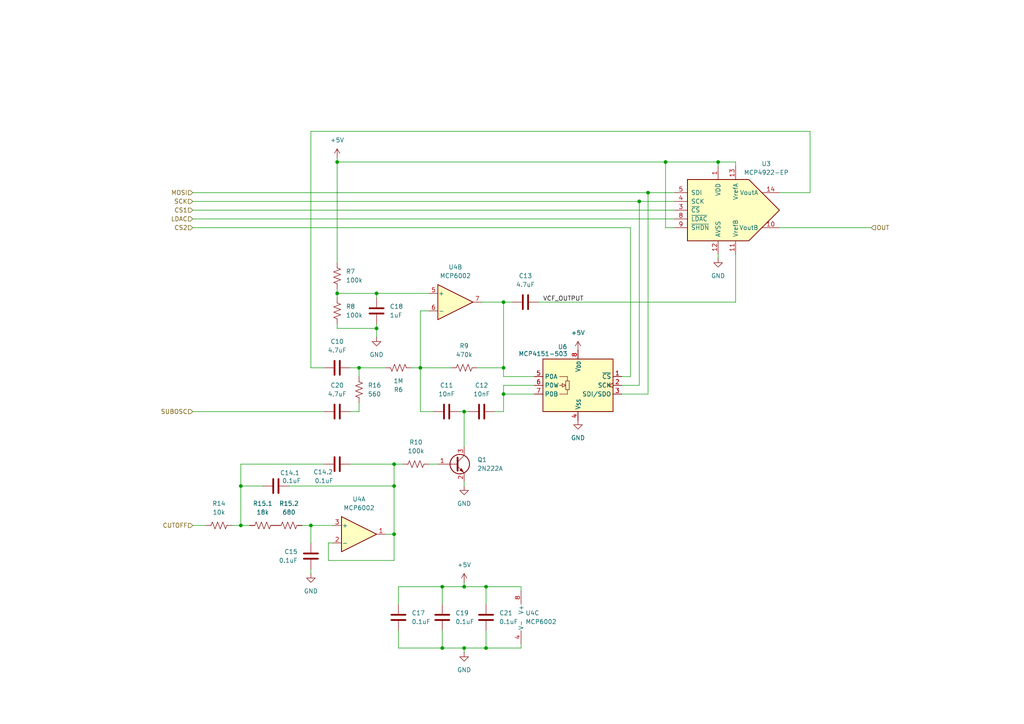
<source format=kicad_sch>
(kicad_sch (version 20250114) (generator "eeschema") (generator_version "9.0")
  (paper "A4")
  (lib_symbols
    (symbol "Amplifier_Operational:MCP6002-xP" (pin_names (offset 0.127))
      (property "Reference" "U" (at 0 5.08 0))
      (property "Value" "MCP6002-xP" (at 0 -5.08 0))
      (symbol "MCP6002-xP_1_1"
        (polyline (pts (xy -5.08 5.08) (xy 5.08 0) (xy -5.08 -5.08) (xy -5.08 5.08)) (stroke (width 0.254)) (fill (type background)))
        (pin input line (at -7.62 2.54 0) (length 2.54) (name "+") (number "3"))
        (pin input line (at -7.62 -2.54 0) (length 2.54) (name "-") (number "2"))
        (pin output line (at 7.62 0 180) (length 2.54) (name "~") (number "1"))
      )
      (symbol "MCP6002-xP_2_1"
        (polyline (pts (xy -5.08 5.08) (xy 5.08 0) (xy -5.08 -5.08) (xy -5.08 5.08)) (stroke (width 0.254)) (fill (type background)))
        (pin input line (at -7.62 2.54 0) (length 2.54) (name "+") (number "5"))
        (pin input line (at -7.62 -2.54 0) (length 2.54) (name "-") (number "6"))
        (pin output line (at 7.62 0 180) (length 2.54) (name "~") (number "7"))
      )
      (symbol "MCP6002-xP_3_1"
        (pin power_in line (at -2.54 7.62 270) (length 3.81) (name "V+") (number "8"))
        (pin power_in line (at -2.54 -7.62 90) (length 3.81) (name "V-") (number "4"))
      )
    )
    (symbol "Analog_DAC:MCP4922-EP" (pin_names (offset 1.016))
      (property "Reference" "U" (at -10.16 10.16 0))
      (property "Value" "MCP4922-EP" (at 3.81 10.16 0))
      (symbol "MCP4922-EP_0_1"
        (polyline (pts (xy -11.43 8.89) (xy 6.35 8.89) (xy 15.24 0) (xy 6.35 -8.89) (xy -11.43 -8.89) (xy -11.43 8.89)) (stroke (width 0.254)) (fill (type background)))
      )
      (symbol "MCP4922-EP_1_1"
        (pin input line (at -15.24 5.08 0) (length 3.81) (name "SDI") (number "5"))
        (pin input line (at -15.24 2.54 0) (length 3.81) (name "SCK") (number "4"))
        (pin input line (at -15.24 0 0) (length 3.81) (name "~{CS}") (number "3"))
        (pin input line (at -15.24 -2.54 0) (length 3.81) (name "~{LDAC}") (number "8"))
        (pin input line (at -15.24 -5.08 0) (length 3.81) (name "~{SHDN}") (number "9"))
        (pin no_connect line (at -10.16 -8.89 90) (length 2.54) (hide yes) (name "NC") (number "7"))
        (pin no_connect line (at -7.62 -8.89 90) (length 2.54) (hide yes) (name "NC") (number "6"))
        (pin no_connect line (at -5.08 -8.89 90) (length 2.54) (hide yes) (name "NC") (number "2"))
        (pin power_in line (at -2.54 12.7 270) (length 3.81) (name "VDD") (number "1"))
        (pin power_in line (at -2.54 -12.7 90) (length 3.81) (name "AVSS") (number "12"))
        (pin passive line (at 2.54 12.7 270) (length 3.81) (name "VrefA") (number "13"))
        (pin passive line (at 2.54 -12.7 90) (length 3.81) (name "VrefB") (number "11"))
        (pin passive line (at 15.24 5.08 180) (length 5.08) (name "VoutA") (number "14"))
        (pin passive line (at 15.24 -5.08 180) (length 5.08) (name "VoutB") (number "10"))
      )
    )
    (symbol "Device:C" (pin_numbers (hide yes)) (pin_names (offset 0.254))
      (property "Reference" "C" (at 0.635 2.54 0))
      (property "Value" "C" (at 0.635 -2.54 0))
      (symbol "C_0_1"
        (polyline (pts (xy -2.032 0.762) (xy 2.032 0.762)) (stroke (width 0.508)))
        (polyline (pts (xy -2.032 -0.762) (xy 2.032 -0.762)) (stroke (width 0.508)))
      )
      (symbol "C_1_1"
        (pin passive line (at 0 3.81 270) (length 2.794) (name "~") (number "1"))
        (pin passive line (at 0 -3.81 90) (length 2.794) (name "~") (number "2"))
      )
    )
    (symbol "Device:R_US" (pin_numbers (hide yes)) (pin_names (offset 0))
      (property "Reference" "R" (at 2.54 0 90))
      (property "Value" "R_US" (at -2.54 0 90))
      (symbol "R_US_0_1"
        (polyline (pts (xy 0 2.286) (xy 0 2.54)))
        (polyline (pts (xy 0 2.286) (xy 1.016 1.905) (xy 0 1.524) (xy -1.016 1.143) (xy 0 0.762)))
        (polyline (pts (xy 0 0.762) (xy 1.016 0.381) (xy 0 0) (xy -1.016 -0.381) (xy 0 -0.762)))
        (polyline (pts (xy 0 -0.762) (xy 1.016 -1.143) (xy 0 -1.524) (xy -1.016 -1.905) (xy 0 -2.286)))
        (polyline (pts (xy 0 -2.286) (xy 0 -2.54)))
      )
      (symbol "R_US_1_1"
        (pin passive line (at 0 3.81 270) (length 1.27) (name "~") (number "1"))
        (pin passive line (at 0 -3.81 90) (length 1.27) (name "~") (number "2"))
      )
    )
    (symbol "Potentiometer_Digital:MCP4151-xxxx-P"
      (property "Reference" "U" (at 2.54 11.43 0))
      (property "Value" "MCP4151-xxxx-P" (at 2.54 8.89 0))
      (symbol "MCP4151-xxxx-P_0_0"
        (pin input line (at -12.7 2.54 0) (length 2.54) (name "~{CS}") (number "1"))
        (pin input clock (at -12.7 0 0) (length 2.54) (name "SCK") (number "2"))
        (pin bidirectional line (at -12.7 -2.54 0) (length 2.54) (name "SDI/SDO") (number "3"))
        (pin power_in line (at 0 10.16 270) (length 2.54) (name "V_{DD}") (number "8"))
        (pin power_in line (at 0 -10.16 90) (length 2.54) (name "V_{SS}") (number "4"))
        (pin passive line (at 12.7 2.54 180) (length 2.54) (name "P0A") (number "5"))
        (pin passive line (at 12.7 0 180) (length 2.54) (name "P0W") (number "6"))
        (pin passive line (at 12.7 -2.54 180) (length 2.54) (name "P0B") (number "7"))
      )
      (symbol "MCP4151-xxxx-P_0_1"
        (rectangle (start 2.54 1.27) (end 3.556 -1.27))
        (polyline (pts (xy 3.048 -1.27) (xy 3.048 -2.54) (xy 5.334 -2.54)))
        (polyline (pts (xy 4.572 0.508) (xy 3.556 0) (xy 4.572 -0.508) (xy 4.572 0.508)))
        (polyline (pts (xy 4.572 0) (xy 5.334 0)))
        (polyline (pts (xy 5.334 2.54) (xy 3.048 2.54) (xy 3.048 1.27)))
      )
      (symbol "MCP4151-xxxx-P_1_1"
        (rectangle (start -10.16 7.62) (end 10.16 -7.62) (stroke (width 0.254)) (fill (type background)))
      )
    )
    (symbol "Transistor_BJT:BC847" (pin_names (offset 0) (hide yes))
      (property "Reference" "Q" (at 5.08 1.905 0))
      (property "Value" "BC847" (at 5.08 0 0))
      (symbol "BC847_0_1"
        (polyline (pts (xy -2.54 0) (xy 0.635 0)))
        (polyline (pts (xy 0.635 1.905) (xy 0.635 -1.905)) (stroke (width 0.508)))
        (circle (center 1.27 0) (radius 2.8194) (stroke (width 0.254)))
      )
      (symbol "BC847_1_1"
        (polyline (pts (xy 0.635 0.635) (xy 2.54 2.54)))
        (polyline (pts (xy 0.635 -0.635) (xy 2.54 -2.54)))
        (polyline (pts (xy 1.27 -1.778) (xy 1.778 -1.27) (xy 2.286 -2.286) (xy 1.27 -1.778)) (fill (type outline)))
        (pin input line (at -5.08 0 0) (length 2.54) (name "B") (number "1"))
        (pin passive line (at 2.54 5.08 270) (length 2.54) (name "C") (number "3"))
        (pin passive line (at 2.54 -5.08 90) (length 2.54) (name "E") (number "2"))
      )
    )
    (symbol "power:+5V" (power) (pin_numbers (hide yes)) (pin_names (offset 0) (hide yes))
      (property "Value" "+5V" (at 0 3.556 0))
      (symbol "+5V_0_1"
        (polyline (pts (xy -0.762 1.27) (xy 0 2.54)))
        (polyline (pts (xy 0 2.54) (xy 0.762 1.27)))
        (polyline (pts (xy 0 0) (xy 0 2.54)))
      )
      (symbol "+5V_1_1"
        (pin power_in line (at 0 0 90) (length 0) (name "~") (number "1"))
      )
    )
    (symbol "power:GND" (power) (pin_numbers (hide yes)) (pin_names (offset 0) (hide yes))
      (property "Value" "GND" (at 0 -3.81 0))
      (symbol "GND_0_1"
        (polyline (pts (xy 0 0) (xy 0 -1.27) (xy 1.27 -1.27) (xy 0 -2.54) (xy -1.27 -1.27) (xy 0 -1.27)))
      )
      (symbol "GND_1_1"
        (pin power_in line (at 0 0 270) (length 0) (name "~") (number "1"))
      )
    )
  )
  (junction (at 90.17 152.4))
  (junction (at 114.3 140.97))
  (junction (at 97.79 85.09))
  (junction (at 134.62 187.96))
  (junction (at 128.27 187.96))
  (junction (at 134.62 170.18))
  (junction (at 128.27 170.18))
  (junction (at 134.62 119.38))
  (junction (at 97.79 46.99))
  (junction (at 69.85 152.4))
  (junction (at 193.04 46.99))
  (junction (at 140.97 187.96))
  (junction (at 140.97 170.18))
  (junction (at 69.85 140.97))
  (junction (at 114.3 154.94))
  (junction (at 146.05 114.3))
  (junction (at 104.14 106.68))
  (junction (at 146.05 87.63))
  (junction (at 109.22 85.09))
  (junction (at 114.3 134.62))
  (junction (at 187.96 55.88))
  (junction (at 121.92 106.68))
  (junction (at 109.22 95.25))
  (junction (at 185.42 58.42))
  (junction (at 208.28 46.99))
  (junction (at 146.05 106.68))
  (wire (pts (xy 124.46 134.62) (xy 127 134.62)))
  (wire (pts (xy 156.21 87.63) (xy 213.36 87.63)))
  (wire (pts (xy 90.17 152.4) (xy 96.52 152.4)))
  (wire (pts (xy 109.22 93.98) (xy 109.22 95.25)))
  (wire (pts (xy 69.85 140.97) (xy 69.85 152.4)))
  (wire (pts (xy 208.28 46.99) (xy 213.36 46.99)))
  (wire (pts (xy 128.27 170.18) (xy 134.62 170.18)))
  (wire (pts (xy 151.13 170.18) (xy 151.13 171.45)))
  (wire (pts (xy 143.51 119.38) (xy 146.05 119.38)))
  (wire (pts (xy 208.28 46.99) (xy 208.28 48.26)))
  (wire (pts (xy 67.31 152.4) (xy 69.85 152.4)))
  (wire (pts (xy 109.22 85.09) (xy 124.46 85.09)))
  (wire (pts (xy 138.43 106.68) (xy 146.05 106.68)))
  (wire (pts (xy 55.88 152.4) (xy 59.69 152.4)))
  (wire (pts (xy 115.57 187.96) (xy 128.27 187.96)))
  (wire (pts (xy 95.25 157.48) (xy 95.25 162.56)))
  (wire (pts (xy 55.88 66.04) (xy 182.88 66.04)))
  (wire (pts (xy 87.63 152.4) (xy 90.17 152.4)))
  (wire (pts (xy 193.04 66.04) (xy 195.58 66.04)))
  (wire (pts (xy 114.3 140.97) (xy 114.3 154.94)))
  (wire (pts (xy 128.27 182.88) (xy 128.27 187.96)))
  (wire (pts (xy 151.13 186.69) (xy 151.13 187.96)))
  (wire (pts (xy 83.82 140.97) (xy 114.3 140.97)))
  (wire (pts (xy 208.28 73.66) (xy 208.28 74.93)))
  (wire (pts (xy 97.79 45.72) (xy 97.79 46.99)))
  (wire (pts (xy 134.62 119.38) (xy 134.62 129.54)))
  (wire (pts (xy 146.05 111.76) (xy 146.05 114.3)))
  (wire (pts (xy 104.14 106.68) (xy 104.14 109.22)))
  (wire (pts (xy 121.92 106.68) (xy 121.92 119.38)))
  (wire (pts (xy 115.57 182.88) (xy 115.57 187.96)))
  (wire (pts (xy 134.62 168.91) (xy 134.62 170.18)))
  (wire (pts (xy 97.79 93.98) (xy 97.79 95.25)))
  (wire (pts (xy 121.92 106.68) (xy 130.81 106.68)))
  (wire (pts (xy 97.79 85.09) (xy 109.22 85.09)))
  (wire (pts (xy 121.92 119.38) (xy 125.73 119.38)))
  (wire (pts (xy 69.85 140.97) (xy 76.2 140.97)))
  (wire (pts (xy 185.42 58.42) (xy 195.58 58.42)))
  (wire (pts (xy 55.88 119.38) (xy 93.98 119.38)))
  (wire (pts (xy 55.88 58.42) (xy 185.42 58.42)))
  (wire (pts (xy 90.17 38.1) (xy 90.17 106.68)))
  (wire (pts (xy 185.42 58.42) (xy 185.42 111.76)))
  (wire (pts (xy 97.79 85.09) (xy 97.79 86.36)))
  (wire (pts (xy 55.88 60.96) (xy 195.58 60.96)))
  (wire (pts (xy 119.38 106.68) (xy 121.92 106.68)))
  (wire (pts (xy 134.62 170.18) (xy 140.97 170.18)))
  (wire (pts (xy 97.79 46.99) (xy 193.04 46.99)))
  (wire (pts (xy 69.85 152.4) (xy 72.39 152.4)))
  (wire (pts (xy 97.79 95.25) (xy 109.22 95.25)))
  (wire (pts (xy 134.62 139.7) (xy 134.62 140.97)))
  (wire (pts (xy 114.3 154.94) (xy 114.3 162.56)))
  (wire (pts (xy 109.22 95.25) (xy 109.22 97.79)))
  (wire (pts (xy 55.88 63.5) (xy 195.58 63.5)))
  (wire (pts (xy 69.85 134.62) (xy 69.85 140.97)))
  (wire (pts (xy 95.25 157.48) (xy 96.52 157.48)))
  (wire (pts (xy 146.05 106.68) (xy 146.05 109.22)))
  (wire (pts (xy 140.97 170.18) (xy 151.13 170.18)))
  (wire (pts (xy 133.35 119.38) (xy 134.62 119.38)))
  (wire (pts (xy 104.14 116.84) (xy 104.14 119.38)))
  (wire (pts (xy 97.79 46.99) (xy 97.79 76.2)))
  (wire (pts (xy 146.05 114.3) (xy 154.94 114.3)))
  (wire (pts (xy 90.17 152.4) (xy 90.17 157.48)))
  (wire (pts (xy 193.04 46.99) (xy 208.28 46.99)))
  (wire (pts (xy 101.6 106.68) (xy 104.14 106.68)))
  (wire (pts (xy 234.95 38.1) (xy 234.95 55.88)))
  (wire (pts (xy 90.17 106.68) (xy 93.98 106.68)))
  (wire (pts (xy 187.96 55.88) (xy 195.58 55.88)))
  (wire (pts (xy 101.6 119.38) (xy 104.14 119.38)))
  (wire (pts (xy 90.17 165.1) (xy 90.17 166.37)))
  (wire (pts (xy 154.94 111.76) (xy 146.05 111.76)))
  (wire (pts (xy 101.6 134.62) (xy 114.3 134.62)))
  (wire (pts (xy 97.79 83.82) (xy 97.79 85.09)))
  (wire (pts (xy 128.27 187.96) (xy 134.62 187.96)))
  (wire (pts (xy 134.62 187.96) (xy 140.97 187.96)))
  (wire (pts (xy 213.36 73.66) (xy 213.36 87.63)))
  (wire (pts (xy 140.97 170.18) (xy 140.97 175.26)))
  (wire (pts (xy 104.14 106.68) (xy 111.76 106.68)))
  (wire (pts (xy 187.96 55.88) (xy 187.96 114.3)))
  (wire (pts (xy 121.92 90.17) (xy 121.92 106.68)))
  (wire (pts (xy 90.17 38.1) (xy 234.95 38.1)))
  (wire (pts (xy 182.88 109.22) (xy 180.34 109.22)))
  (wire (pts (xy 134.62 187.96) (xy 134.62 189.23)))
  (wire (pts (xy 226.06 66.04) (xy 252.73 66.04)))
  (wire (pts (xy 185.42 111.76) (xy 180.34 111.76)))
  (wire (pts (xy 114.3 134.62) (xy 114.3 140.97)))
  (wire (pts (xy 69.85 134.62) (xy 93.98 134.62)))
  (wire (pts (xy 193.04 46.99) (xy 193.04 66.04)))
  (wire (pts (xy 146.05 87.63) (xy 148.59 87.63)))
  (wire (pts (xy 187.96 114.3) (xy 180.34 114.3)))
  (wire (pts (xy 146.05 87.63) (xy 146.05 106.68)))
  (wire (pts (xy 182.88 66.04) (xy 182.88 109.22)))
  (wire (pts (xy 55.88 55.88) (xy 187.96 55.88)))
  (wire (pts (xy 140.97 187.96) (xy 151.13 187.96)))
  (wire (pts (xy 115.57 170.18) (xy 115.57 175.26)))
  (wire (pts (xy 134.62 119.38) (xy 135.89 119.38)))
  (wire (pts (xy 213.36 46.99) (xy 213.36 48.26)))
  (wire (pts (xy 115.57 170.18) (xy 128.27 170.18)))
  (wire (pts (xy 140.97 182.88) (xy 140.97 187.96)))
  (wire (pts (xy 139.7 87.63) (xy 146.05 87.63)))
  (wire (pts (xy 146.05 114.3) (xy 146.05 119.38)))
  (wire (pts (xy 128.27 170.18) (xy 128.27 175.26)))
  (wire (pts (xy 111.76 154.94) (xy 114.3 154.94)))
  (wire (pts (xy 95.25 162.56) (xy 114.3 162.56)))
  (wire (pts (xy 109.22 85.09) (xy 109.22 86.36)))
  (wire (pts (xy 146.05 109.22) (xy 154.94 109.22)))
  (wire (pts (xy 114.3 134.62) (xy 116.84 134.62)))
  (wire (pts (xy 121.92 90.17) (xy 124.46 90.17)))
  (wire (pts (xy 226.06 55.88) (xy 234.95 55.88)))
  (label "VCF_OUTPUT" (at 157.48 87.63 0))
  (hierarchical_label "CS1" (shape input) (at 55.88 60.96 180))
  (hierarchical_label "CS2" (shape input) (at 55.88 66.04 180))
  (hierarchical_label "MOSI" (shape input) (at 55.88 55.88 180))
  (hierarchical_label "SCK" (shape input) (at 55.88 58.42 180))
  (hierarchical_label "OUT" (shape input) (at 252.73 66.04 0))
  (hierarchical_label "LDAC" (shape input) (at 55.88 63.5 180))
  (hierarchical_label "SUBOSC" (shape input) (at 55.88 119.38 180))
  (hierarchical_label "CUTOFF" (shape input) (at 55.88 152.4 180))
  (symbol (lib_id "Amplifier_Operational:MCP6002-xP") (at 104.14 154.94 0) (unit 1)
    (property "Reference" "U4" (at 104.14 144.78 0))
    (property "Value" "MCP6002" (at 104.14 147.32 0))
    (property "Footprint" "Package_DIP:DIP-8_W7.62mm" (effects (hide yes)))
    (property "Datasheet" "http://ww1.microchip.com/downloads/en/DeviceDoc/21733j.pdf" (effects (hide yes)))
    (property "Description" "1MHz, Low-Power Op Amp, DIP-8" (effects (hide yes)))
  )
  (symbol (lib_id "Device:C") (at 97.79 134.62 270) (unit 1)
    (property "Reference" "C14.2" (at 93.726 136.906 90))
    (property "Value" "0.1uF" (at 93.98 139.446 90))
    (property "Footprint" "Capacitor_THT:C_Rect_L7.2mm_W3.0mm_P5.00mm_FKS2_FKP2_MKS2_MKP2" (effects (hide yes)))
    (property "Description" "Unpolarized capacitor" (effects (hide yes)))
  )
  (symbol (lib_id "Device:R_US") (at 83.82 152.4 90) (unit 1)
    (property "Reference" "R15.2" (at 83.82 146.05 90))
    (property "Value" "680" (at 83.82 148.59 90))
    (property "Footprint" "Resistor_THT:R_Axial_DIN0207_L6.3mm_D2.5mm_P10.16mm_Horizontal" (effects (hide yes)))
    (property "Description" "Resistor, US symbol" (effects (hide yes)))
  )
  (symbol (lib_id "power:+5V") (at 167.64 101.6 0) (unit 1)
    (property "Reference" "#PWR040" (effects (hide yes)))
    (property "Value" "+5V" (at 167.64 96.52 0))
    (property "Description" "Power symbol creates a global label with name \"+5V\"" (effects (hide yes)))
  )
  (symbol (lib_id "Device:R_US") (at 97.79 80.01 0) (unit 1)
    (property "Reference" "R7" (at 100.33 78.7399 0) (effects (justify left)))
    (property "Value" "100k" (at 100.33 81.2799 0) (effects (justify left)))
    (property "Footprint" "Resistor_THT:R_Axial_DIN0207_L6.3mm_D2.5mm_P10.16mm_Horizontal" (effects (hide yes)))
    (property "Description" "Resistor, US symbol" (effects (hide yes)))
  )
  (symbol (lib_id "power:+5V") (at 134.62 168.91 0) (unit 1)
    (property "Reference" "#PWR041" (effects (hide yes)))
    (property "Value" "+5V" (at 134.62 163.83 0))
    (property "Description" "Power symbol creates a global label with name \"+5V\"" (effects (hide yes)))
  )
  (symbol (lib_id "Device:C") (at 97.79 106.68 90) (unit 1)
    (property "Reference" "C10" (at 97.79 99.06 90))
    (property "Value" "4.7uF" (at 97.79 101.6 90))
    (property "Footprint" "Capacitor_THT:C_Rect_L7.2mm_W3.0mm_P5.00mm_FKS2_FKP2_MKS2_MKP2" (effects (hide yes)))
    (property "Description" "Unpolarized capacitor" (effects (hide yes)))
  )
  (symbol (lib_id "Amplifier_Operational:MCP6002-xP") (at 153.67 179.07 0) (unit 3)
    (property "Reference" "U4" (at 152.4 177.7999 0) (effects (justify left)))
    (property "Value" "MCP6002" (at 152.4 180.3399 0) (effects (justify left)))
    (property "Footprint" "Package_DIP:DIP-8_W7.62mm" (effects (hide yes)))
    (property "Datasheet" "http://ww1.microchip.com/downloads/en/DeviceDoc/21733j.pdf" (effects (hide yes)))
    (property "Description" "1MHz, Low-Power Op Amp, DIP-8" (effects (hide yes)))
  )
  (symbol (lib_id "Device:C") (at 139.7 119.38 90) (unit 1)
    (property "Reference" "C12" (at 139.7 111.76 90))
    (property "Value" "10nF" (at 139.7 114.3 90))
    (property "Footprint" "Capacitor_THT:C_Rect_L7.2mm_W3.0mm_P5.00mm_FKS2_FKP2_MKS2_MKP2" (effects (hide yes)))
    (property "Description" "Unpolarized capacitor" (effects (hide yes)))
  )
  (symbol (lib_id "Potentiometer_Digital:MCP4151-xxxx-P") (at 167.64 111.76 0) (mirror y) (unit 1)
    (property "Reference" "U6" (at 161.798 100.584 0) (effects (justify right)))
    (property "Value" "MCP4151-503" (at 150.368 102.616 0) (effects (justify right)))
    (property "Footprint" "Package_DIP:DIP-8_W7.62mm" (effects (hide yes)))
    (property "Datasheet" "https://ww1.microchip.com/downloads/aemDocuments/documents/OTH/ProductDocuments/DataSheets/22060b.pdf" (effects (hide yes)))
    (property "Description" "Single Digital Potentiometer, SPI interface, 257 taps, 5/10/50/100 kohm, volatile memory" (effects (hide yes)))
  )
  (symbol (lib_id "Device:C") (at 80.01 140.97 90) (unit 1)
    (property "Reference" "C14.1" (at 84.074 137.16 90))
    (property "Value" "0.1uF" (at 84.582 139.446 90))
    (property "Footprint" "Capacitor_THT:C_Rect_L7.2mm_W3.0mm_P5.00mm_FKS2_FKP2_MKS2_MKP2" (effects (hide yes)))
    (property "Description" "Unpolarized capacitor" (effects (hide yes)))
  )
  (symbol (lib_id "power:GND") (at 134.62 189.23 0) (unit 1)
    (property "Reference" "#PWR042" (effects (hide yes)))
    (property "Value" "GND" (at 134.62 194.31 0))
    (property "Description" "Power symbol creates a global label with name \"GND\" , ground" (effects (hide yes)))
  )
  (symbol (lib_id "power:GND") (at 208.28 74.93 0) (unit 1)
    (property "Reference" "#PWR039" (effects (hide yes)))
    (property "Value" "GND" (at 208.28 80.01 0))
    (property "Description" "Power symbol creates a global label with name \"GND\" , ground" (effects (hide yes)))
  )
  (symbol (lib_id "Analog_DAC:MCP4922-EP") (at 210.82 60.96 0) (unit 1)
    (property "Reference" "U3" (at 222.25 47.498 0))
    (property "Value" "MCP4922-EP" (at 222.25 50.038 0))
    (property "Footprint" "Package_DIP:DIP-14_W7.62mm" (effects (hide yes)))
    (property "Datasheet" "http://ww1.microchip.com/downloads/en/devicedoc/21897a.pdf" (effects (hide yes)))
    (property "Description" "Dual 12-bit Digital to Analog Converter, SPI Interface, PDIP-14" (effects (hide yes)))
  )
  (symbol (lib_id "Device:R_US") (at 120.65 134.62 90) (unit 1)
    (property "Reference" "R10" (at 120.65 128.27 90))
    (property "Value" "100k" (at 120.65 130.81 90))
    (property "Footprint" "Resistor_THT:R_Axial_DIN0207_L6.3mm_D2.5mm_P10.16mm_Horizontal" (effects (hide yes)))
    (property "Description" "Resistor, US symbol" (effects (hide yes)))
  )
  (symbol (lib_id "Device:C") (at 152.4 87.63 90) (unit 1)
    (property "Reference" "C13" (at 152.4 80.01 90))
    (property "Value" "4.7uF" (at 152.4 82.55 90))
    (property "Footprint" "Capacitor_THT:C_Rect_L7.2mm_W3.0mm_P5.00mm_FKS2_FKP2_MKS2_MKP2" (effects (hide yes)))
    (property "Description" "Unpolarized capacitor" (effects (hide yes)))
  )
  (symbol (lib_id "Device:C") (at 90.17 161.29 0) (mirror y) (unit 1)
    (property "Reference" "C15" (at 86.36 160.0199 0) (effects (justify left)))
    (property "Value" "0.1uF" (at 86.36 162.5599 0) (effects (justify left)))
    (property "Footprint" "Capacitor_THT:C_Rect_L7.2mm_W3.0mm_P5.00mm_FKS2_FKP2_MKS2_MKP2" (effects (hide yes)))
    (property "Description" "Unpolarized capacitor" (effects (hide yes)))
  )
  (symbol (lib_id "Device:C") (at 140.97 179.07 0) (unit 1)
    (property "Reference" "C21" (at 144.78 177.7999 0) (effects (justify left)))
    (property "Value" "0.1uF" (at 144.78 180.3399 0) (effects (justify left)))
    (property "Footprint" "Capacitor_THT:C_Rect_L7.2mm_W3.0mm_P5.00mm_FKS2_FKP2_MKS2_MKP2" (effects (hide yes)))
    (property "Description" "Unpolarized capacitor" (effects (hide yes)))
  )
  (symbol (lib_id "Device:R_US") (at 63.5 152.4 90) (unit 1)
    (property "Reference" "R14" (at 63.5 146.05 90))
    (property "Value" "10k" (at 63.5 148.59 90))
    (property "Footprint" "Resistor_THT:R_Axial_DIN0207_L6.3mm_D2.5mm_P10.16mm_Horizontal" (effects (hide yes)))
    (property "Description" "Resistor, US symbol" (effects (hide yes)))
  )
  (symbol (lib_id "power:GND") (at 109.22 97.79 0) (unit 1)
    (property "Reference" "#PWR036" (effects (hide yes)))
    (property "Value" "GND" (at 109.22 102.87 0))
    (property "Description" "Power symbol creates a global label with name \"GND\" , ground" (effects (hide yes)))
  )
  (symbol (lib_id "Device:C") (at 128.27 179.07 0) (unit 1)
    (property "Reference" "C19" (at 132.08 177.7999 0) (effects (justify left)))
    (property "Value" "0.1uF" (at 132.08 180.3399 0) (effects (justify left)))
    (property "Footprint" "Capacitor_THT:C_Rect_L7.2mm_W3.0mm_P5.00mm_FKS2_FKP2_MKS2_MKP2" (effects (hide yes)))
    (property "Description" "Unpolarized capacitor" (effects (hide yes)))
  )
  (symbol (lib_id "power:GND") (at 134.62 140.97 0) (unit 1)
    (property "Reference" "#PWR037" (effects (hide yes)))
    (property "Value" "GND" (at 134.62 146.05 0))
    (property "Description" "Power symbol creates a global label with name \"GND\" , ground" (effects (hide yes)))
  )
  (symbol (lib_id "Transistor_BJT:BC847") (at 132.08 134.62 0) (unit 1)
    (property "Reference" "Q1" (at 138.43 133.3499 0) (effects (justify left)))
    (property "Value" "2N222A" (at 138.43 135.8899 0) (effects (justify left)))
    (property "Footprint" "Package_TO_SOT_THT:TO-92_HandSolder" (effects (hide yes)))
    (property "Datasheet" "http://www.infineon.com/dgdl/Infineon-BC847SERIES_BC848SERIES_BC849SERIES_BC850SERIES-DS-v01_01-en.pdf?fileId=db3a304314dca389011541d4630a1657" (effects (hide yes)))
    (property "Description" "0.1A Ic, 45V Vce, NPN Transistor, SOT-23" (effects (hide yes)))
  )
  (symbol (lib_id "Device:R_US") (at 97.79 90.17 0) (unit 1)
    (property "Reference" "R8" (at 100.33 88.8999 0) (effects (justify left)))
    (property "Value" "100k" (at 100.33 91.4399 0) (effects (justify left)))
    (property "Footprint" "Resistor_THT:R_Axial_DIN0207_L6.3mm_D2.5mm_P10.16mm_Horizontal" (effects (hide yes)))
    (property "Description" "Resistor, US symbol" (effects (hide yes)))
  )
  (symbol (lib_id "Device:C") (at 129.54 119.38 90) (unit 1)
    (property "Reference" "C11" (at 129.54 111.76 90))
    (property "Value" "10nF" (at 129.54 114.3 90))
    (property "Footprint" "Capacitor_THT:C_Rect_L7.2mm_W3.0mm_P5.00mm_FKS2_FKP2_MKS2_MKP2" (effects (hide yes)))
    (property "Description" "Unpolarized capacitor" (effects (hide yes)))
  )
  (symbol (lib_id "power:GND") (at 90.17 166.37 0) (unit 1)
    (property "Reference" "#PWR038" (effects (hide yes)))
    (property "Value" "GND" (at 90.17 171.45 0))
    (property "Description" "Power symbol creates a global label with name \"GND\" , ground" (effects (hide yes)))
  )
  (symbol (lib_id "Device:R_US") (at 134.62 106.68 90) (unit 1)
    (property "Reference" "R9" (at 134.62 100.33 90))
    (property "Value" "470k" (at 134.62 102.87 90))
    (property "Footprint" "Resistor_THT:R_Axial_DIN0207_L6.3mm_D2.5mm_P10.16mm_Horizontal" (effects (hide yes)))
    (property "Description" "Resistor, US symbol" (effects (hide yes)))
  )
  (symbol (lib_id "Device:C") (at 115.57 179.07 0) (unit 1)
    (property "Reference" "C17" (at 119.38 177.7999 0) (effects (justify left)))
    (property "Value" "0.1uF" (at 119.38 180.3399 0) (effects (justify left)))
    (property "Footprint" "Capacitor_THT:C_Rect_L7.2mm_W3.0mm_P5.00mm_FKS2_FKP2_MKS2_MKP2" (effects (hide yes)))
    (property "Description" "Unpolarized capacitor" (effects (hide yes)))
  )
  (symbol (lib_id "Device:C") (at 97.79 119.38 90) (unit 1)
    (property "Reference" "C20" (at 97.79 111.76 90))
    (property "Value" "4.7uF" (at 97.79 114.3 90))
    (property "Footprint" "Capacitor_THT:C_Rect_L7.2mm_W3.0mm_P5.00mm_FKS2_FKP2_MKS2_MKP2" (effects (hide yes)))
    (property "Description" "Unpolarized capacitor" (effects (hide yes)))
  )
  (symbol (lib_id "Device:C") (at 109.22 90.17 0) (unit 1)
    (property "Reference" "C18" (at 113.03 88.8999 0) (effects (justify left)))
    (property "Value" "1uF" (at 113.03 91.4399 0) (effects (justify left)))
    (property "Footprint" "Capacitor_THT:C_Rect_L7.2mm_W3.0mm_P5.00mm_FKS2_FKP2_MKS2_MKP2" (effects (hide yes)))
    (property "Description" "Unpolarized capacitor" (effects (hide yes)))
  )
  (symbol (lib_id "Device:R_US") (at 104.14 113.03 0) (unit 1)
    (property "Reference" "R16" (at 106.68 111.7599 0) (effects (justify left)))
    (property "Value" "560" (at 106.68 114.2999 0) (effects (justify left)))
    (property "Footprint" "Resistor_THT:R_Axial_DIN0207_L6.3mm_D2.5mm_P10.16mm_Horizontal" (effects (hide yes)))
    (property "Description" "Resistor, US symbol" (effects (hide yes)))
  )
  (symbol (lib_id "power:GND") (at 167.64 121.92 0) (mirror y) (unit 1)
    (property "Reference" "#PWR031" (effects (hide yes)))
    (property "Value" "GND" (at 167.64 127 0))
    (property "Description" "Power symbol creates a global label with name \"GND\" , ground" (effects (hide yes)))
  )
  (symbol (lib_id "Amplifier_Operational:MCP6002-xP") (at 132.08 87.63 0) (unit 2)
    (property "Reference" "U4" (at 132.08 77.47 0))
    (property "Value" "MCP6002" (at 132.08 80.01 0))
    (property "Footprint" "Package_DIP:DIP-8_W7.62mm" (effects (hide yes)))
    (property "Datasheet" "http://ww1.microchip.com/downloads/en/DeviceDoc/21733j.pdf" (effects (hide yes)))
    (property "Description" "1MHz, Low-Power Op Amp, DIP-8" (effects (hide yes)))
  )
  (symbol (lib_id "Device:R_US") (at 76.2 152.4 90) (unit 1)
    (property "Reference" "R15.1" (at 76.2 146.05 90))
    (property "Value" "18k" (at 76.2 148.59 90))
    (property "Footprint" "Resistor_THT:R_Axial_DIN0207_L6.3mm_D2.5mm_P10.16mm_Horizontal" (effects (hide yes)))
    (property "Description" "Resistor, US symbol" (effects (hide yes)))
  )
  (symbol (lib_id "Device:R_US") (at 115.57 106.68 270) (mirror x) (unit 1)
    (property "Reference" "R6" (at 115.57 113.03 90))
    (property "Value" "1M" (at 115.57 110.49 90))
    (property "Footprint" "Resistor_THT:R_Axial_DIN0207_L6.3mm_D2.5mm_P10.16mm_Horizontal" (effects (hide yes)))
    (property "Description" "Resistor, US symbol" (effects (hide yes)))
  )
  (symbol (lib_id "power:+5V") (at 97.79 45.72 0) (unit 1)
    (property "Reference" "#PWR034" (effects (hide yes)))
    (property "Value" "+5V" (at 97.79 40.64 0))
    (property "Description" "Power symbol creates a global label with name \"+5V\"" (effects (hide yes)))
  )
)
</source>
